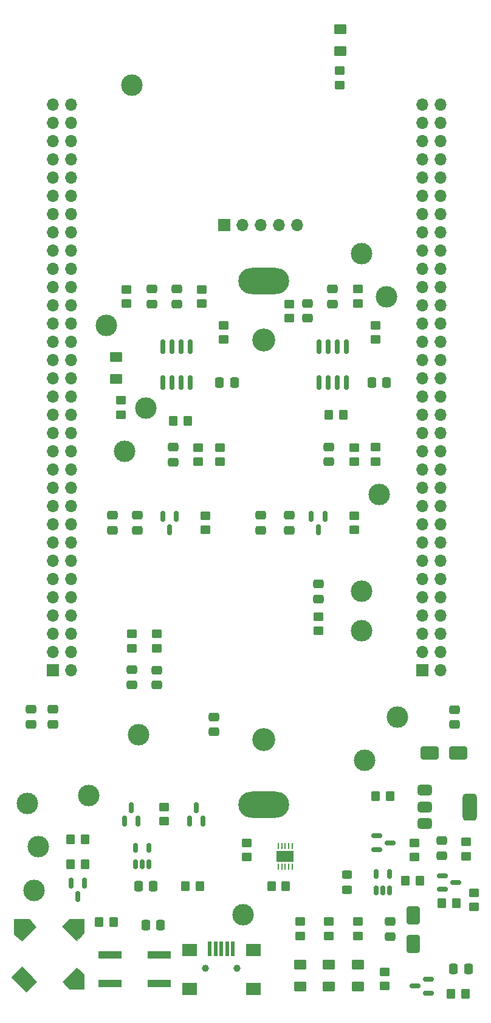
<source format=gbr>
%TF.GenerationSoftware,KiCad,Pcbnew,9.0.0*%
%TF.CreationDate,2025-03-31T13:52:19+02:00*%
%TF.ProjectId,HW_roggeluc_linortho,48575f72-6f67-4676-956c-75635f6c696e,rev?*%
%TF.SameCoordinates,Original*%
%TF.FileFunction,Soldermask,Top*%
%TF.FilePolarity,Negative*%
%FSLAX46Y46*%
G04 Gerber Fmt 4.6, Leading zero omitted, Abs format (unit mm)*
G04 Created by KiCad (PCBNEW 9.0.0) date 2025-03-31 13:52:19*
%MOMM*%
%LPD*%
G01*
G04 APERTURE LIST*
G04 Aperture macros list*
%AMRoundRect*
0 Rectangle with rounded corners*
0 $1 Rounding radius*
0 $2 $3 $4 $5 $6 $7 $8 $9 X,Y pos of 4 corners*
0 Add a 4 corners polygon primitive as box body*
4,1,4,$2,$3,$4,$5,$6,$7,$8,$9,$2,$3,0*
0 Add four circle primitives for the rounded corners*
1,1,$1+$1,$2,$3*
1,1,$1+$1,$4,$5*
1,1,$1+$1,$6,$7*
1,1,$1+$1,$8,$9*
0 Add four rect primitives between the rounded corners*
20,1,$1+$1,$2,$3,$4,$5,0*
20,1,$1+$1,$4,$5,$6,$7,0*
20,1,$1+$1,$6,$7,$8,$9,0*
20,1,$1+$1,$8,$9,$2,$3,0*%
G04 Aperture macros list end*
%ADD10C,0.010000*%
%ADD11RoundRect,0.250000X-0.475000X0.337500X-0.475000X-0.337500X0.475000X-0.337500X0.475000X0.337500X0*%
%ADD12RoundRect,0.250000X0.650000X-1.000000X0.650000X1.000000X-0.650000X1.000000X-0.650000X-1.000000X0*%
%ADD13R,3.200000X1.000000*%
%ADD14C,3.000000*%
%ADD15RoundRect,0.150000X-0.587500X-0.150000X0.587500X-0.150000X0.587500X0.150000X-0.587500X0.150000X0*%
%ADD16RoundRect,0.250000X-0.450000X0.325000X-0.450000X-0.325000X0.450000X-0.325000X0.450000X0.325000X0*%
%ADD17RoundRect,0.250000X-1.000000X-0.650000X1.000000X-0.650000X1.000000X0.650000X-1.000000X0.650000X0*%
%ADD18RoundRect,0.250000X0.450000X-0.350000X0.450000X0.350000X-0.450000X0.350000X-0.450000X-0.350000X0*%
%ADD19RoundRect,0.250000X-0.450000X0.350000X-0.450000X-0.350000X0.450000X-0.350000X0.450000X0.350000X0*%
%ADD20RoundRect,0.250000X-0.350000X-0.450000X0.350000X-0.450000X0.350000X0.450000X-0.350000X0.450000X0*%
%ADD21RoundRect,0.250000X0.350000X0.450000X-0.350000X0.450000X-0.350000X-0.450000X0.350000X-0.450000X0*%
%ADD22RoundRect,0.250001X0.624999X-0.462499X0.624999X0.462499X-0.624999X0.462499X-0.624999X-0.462499X0*%
%ADD23RoundRect,0.250000X-0.337500X-0.475000X0.337500X-0.475000X0.337500X0.475000X-0.337500X0.475000X0*%
%ADD24RoundRect,0.250000X0.475000X-0.337500X0.475000X0.337500X-0.475000X0.337500X-0.475000X-0.337500X0*%
%ADD25RoundRect,0.150000X0.587500X0.150000X-0.587500X0.150000X-0.587500X-0.150000X0.587500X-0.150000X0*%
%ADD26RoundRect,0.150000X-0.150000X0.825000X-0.150000X-0.825000X0.150000X-0.825000X0.150000X0.825000X0*%
%ADD27RoundRect,0.150000X0.150000X-0.512500X0.150000X0.512500X-0.150000X0.512500X-0.150000X-0.512500X0*%
%ADD28RoundRect,0.250001X-0.624999X0.462499X-0.624999X-0.462499X0.624999X-0.462499X0.624999X0.462499X0*%
%ADD29RoundRect,0.062500X-0.062500X0.350000X-0.062500X-0.350000X0.062500X-0.350000X0.062500X0.350000X0*%
%ADD30R,2.350000X1.580000*%
%ADD31RoundRect,0.150000X0.150000X-0.587500X0.150000X0.587500X-0.150000X0.587500X-0.150000X-0.587500X0*%
%ADD32C,1.000000*%
%ADD33R,0.500000X2.000000*%
%ADD34R,2.000000X1.700000*%
%ADD35RoundRect,0.250000X0.337500X0.475000X-0.337500X0.475000X-0.337500X-0.475000X0.337500X-0.475000X0*%
%ADD36R,1.700000X1.700000*%
%ADD37O,1.700000X1.700000*%
%ADD38RoundRect,0.150000X-0.150000X0.587500X-0.150000X-0.587500X0.150000X-0.587500X0.150000X0.587500X0*%
%ADD39RoundRect,0.375000X-0.625000X-0.375000X0.625000X-0.375000X0.625000X0.375000X-0.625000X0.375000X0*%
%ADD40RoundRect,0.500000X-0.500000X-1.400000X0.500000X-1.400000X0.500000X1.400000X-0.500000X1.400000X0*%
%ADD41O,7.084000X3.644000*%
%ADD42C,3.200000*%
G04 APERTURE END LIST*
D10*
%TO.C,LS1*%
X50850000Y-156588480D02*
X49847920Y-157690560D01*
X47809440Y-155652080D01*
X48911520Y-154650000D01*
X50850000Y-154650000D01*
X50850000Y-156588480D01*
G36*
X50850000Y-156588480D02*
G01*
X49847920Y-157690560D01*
X47809440Y-155652080D01*
X48911520Y-154650000D01*
X50850000Y-154650000D01*
X50850000Y-156588480D01*
G37*
X44240560Y-163297920D02*
X42838480Y-164750000D01*
X40800000Y-162711520D01*
X42202080Y-161259440D01*
X44240560Y-163297920D01*
G36*
X44240560Y-163297920D02*
G01*
X42838480Y-164750000D01*
X40800000Y-162711520D01*
X42202080Y-161259440D01*
X44240560Y-163297920D01*
G37*
X44140560Y-155752080D02*
X42202080Y-157690560D01*
X41150000Y-156688480D01*
X41150000Y-154650000D01*
X43188480Y-154650000D01*
X44140560Y-155752080D01*
G36*
X44140560Y-155752080D02*
G01*
X42202080Y-157690560D01*
X41150000Y-156688480D01*
X41150000Y-154650000D01*
X43188480Y-154650000D01*
X44140560Y-155752080D01*
G37*
X50850000Y-162311520D02*
X50850000Y-164350000D01*
X48811520Y-164350000D01*
X47909440Y-163297920D01*
X49847920Y-161359440D01*
X50850000Y-162311520D01*
G36*
X50850000Y-162311520D02*
G01*
X50850000Y-164350000D01*
X48811520Y-164350000D01*
X47909440Y-163297920D01*
X49847920Y-161359440D01*
X50850000Y-162311520D01*
G37*
%TD*%
D11*
%TO.C,C28*%
X93500000Y-157037500D03*
X93500000Y-154962500D03*
%TD*%
D12*
%TO.C,SD3*%
X96726521Y-158119870D03*
X96726521Y-154119870D03*
%TD*%
D13*
%TO.C,SW1*%
X54525783Y-159607805D03*
X61325783Y-159607805D03*
X54525783Y-163607805D03*
X61325783Y-163607805D03*
%TD*%
D14*
%TO.C,TP20*%
X90000000Y-132500000D03*
%TD*%
D11*
%TO.C,C29*%
X102500000Y-125462500D03*
X102500000Y-127537500D03*
%TD*%
D15*
%TO.C,Q6*%
X91625000Y-143050000D03*
X91625000Y-144950000D03*
X93500000Y-144000000D03*
%TD*%
D16*
%TO.C,L1*%
X87500000Y-148475000D03*
X87500000Y-150525000D03*
%TD*%
D17*
%TO.C,SD2*%
X99000000Y-131500000D03*
X103000000Y-131500000D03*
%TD*%
D18*
%TO.C,R49*%
X96903754Y-145994094D03*
X96903754Y-143994094D03*
%TD*%
D19*
%TO.C,R46*%
X92797663Y-161943457D03*
X92797663Y-163943457D03*
%TD*%
D20*
%TO.C,R43*%
X95671575Y-149255034D03*
X97671575Y-149255034D03*
%TD*%
D21*
%TO.C,R47*%
X93500000Y-137500000D03*
X91500000Y-137500000D03*
%TD*%
D14*
%TO.C,TP19*%
X43000000Y-138500000D03*
%TD*%
%TO.C,TP18*%
X94500000Y-126500000D03*
%TD*%
%TO.C,TP17*%
X73000000Y-154000000D03*
%TD*%
%TO.C,TP16*%
X58500000Y-129000000D03*
%TD*%
%TO.C,TP14*%
X44500000Y-144500000D03*
%TD*%
D19*
%TO.C,R55*%
X86500000Y-36500000D03*
X86500000Y-38500000D03*
%TD*%
%TO.C,R54*%
X105247602Y-150936551D03*
X105247602Y-152936551D03*
%TD*%
D21*
%TO.C,R53*%
X102722369Y-152425129D03*
X100722369Y-152425129D03*
%TD*%
D20*
%TO.C,R52*%
X102000000Y-165000000D03*
X104000000Y-165000000D03*
%TD*%
%TO.C,R16*%
X49000000Y-147000000D03*
X51000000Y-147000000D03*
%TD*%
D15*
%TO.C,Q7*%
X100764239Y-148577171D03*
X100764239Y-150477171D03*
X102639239Y-149527171D03*
%TD*%
D22*
%TO.C,CHARGE2*%
X86574749Y-33757493D03*
X86574749Y-30782493D03*
%TD*%
D23*
%TO.C,C31*%
X102351735Y-161550839D03*
X104426735Y-161550839D03*
%TD*%
D24*
%TO.C,C21*%
X58297500Y-100493750D03*
X58297500Y-98418750D03*
%TD*%
D18*
%TO.C,R36*%
X88500000Y-90975000D03*
X88500000Y-88975000D03*
%TD*%
D14*
%TO.C,TP7*%
X92000000Y-95500000D03*
%TD*%
D25*
%TO.C,Q10*%
X98849742Y-164904241D03*
X98849742Y-163004241D03*
X96974742Y-163954241D03*
%TD*%
D24*
%TO.C,C19*%
X75500000Y-100475000D03*
X75500000Y-98400000D03*
%TD*%
D11*
%TO.C,C27*%
X46500000Y-125406250D03*
X46500000Y-127481250D03*
%TD*%
D18*
%TO.C,R45*%
X62000000Y-141000000D03*
X62000000Y-139000000D03*
%TD*%
D19*
%TO.C,R29*%
X67297500Y-66956250D03*
X67297500Y-68956250D03*
%TD*%
D14*
%TO.C,TP13*%
X89500000Y-114500000D03*
%TD*%
D21*
%TO.C,R35*%
X87000000Y-84437500D03*
X85000000Y-84437500D03*
%TD*%
D23*
%TO.C,C13*%
X90962500Y-79937500D03*
X93037500Y-79937500D03*
%TD*%
D19*
%TO.C,R26*%
X56797500Y-66956250D03*
X56797500Y-68956250D03*
%TD*%
D14*
%TO.C,TP12*%
X89500000Y-109000000D03*
%TD*%
D26*
%TO.C,U8*%
X87405000Y-74962500D03*
X86135000Y-74962500D03*
X84865000Y-74962500D03*
X83595000Y-74962500D03*
X83595000Y-79912500D03*
X84865000Y-79912500D03*
X86135000Y-79912500D03*
X87405000Y-79912500D03*
%TD*%
D24*
%TO.C,C15*%
X63297500Y-90993750D03*
X63297500Y-88918750D03*
%TD*%
D18*
%TO.C,R31*%
X66797500Y-90956250D03*
X66797500Y-88956250D03*
%TD*%
D27*
%TO.C,U1*%
X91550000Y-150637500D03*
X92500000Y-150637500D03*
X93450000Y-150637500D03*
X93450000Y-148362500D03*
X91550000Y-148362500D03*
%TD*%
D19*
%TO.C,R40*%
X88500000Y-98437500D03*
X88500000Y-100437500D03*
%TD*%
D24*
%TO.C,C22*%
X79500000Y-100475000D03*
X79500000Y-98400000D03*
%TD*%
D27*
%TO.C,U3*%
X58050000Y-147000000D03*
X59000000Y-147000000D03*
X59950000Y-147000000D03*
X59950000Y-144725000D03*
X58050000Y-144725000D03*
%TD*%
D14*
%TO.C,TP1*%
X57500000Y-38500000D03*
%TD*%
%TO.C,TP6*%
X56500000Y-89500000D03*
%TD*%
D28*
%TO.C,PWR1*%
X89000000Y-161000000D03*
X89000000Y-163975000D03*
%TD*%
D19*
%TO.C,R37*%
X91500000Y-88937500D03*
X91500000Y-90937500D03*
%TD*%
D18*
%TO.C,R42*%
X81000000Y-156987500D03*
X81000000Y-154987500D03*
%TD*%
D14*
%TO.C,TP9*%
X59500000Y-83500000D03*
%TD*%
D19*
%TO.C,R27*%
X69797500Y-88956250D03*
X69797500Y-90956250D03*
%TD*%
D11*
%TO.C,C17*%
X82000000Y-68925000D03*
X82000000Y-71000000D03*
%TD*%
D19*
%TO.C,R48*%
X104097857Y-143865855D03*
X104097857Y-145865855D03*
%TD*%
D21*
%TO.C,R30*%
X65305740Y-85256012D03*
X63305740Y-85256012D03*
%TD*%
D24*
%TO.C,C18*%
X85000000Y-90975000D03*
X85000000Y-88900000D03*
%TD*%
D29*
%TO.C,U2*%
X79910000Y-144457500D03*
X79410000Y-144457500D03*
X78910000Y-144457500D03*
X78410000Y-144457500D03*
X77910000Y-144457500D03*
X77910000Y-147332500D03*
X78410000Y-147332500D03*
X78910000Y-147332500D03*
X79410000Y-147332500D03*
X79910000Y-147332500D03*
D30*
X78910000Y-145895000D03*
%TD*%
D11*
%TO.C,C11*%
X60297500Y-66918750D03*
X60297500Y-68993750D03*
%TD*%
D31*
%TO.C,Q5*%
X56500000Y-141000000D03*
X58400000Y-141000000D03*
X57450000Y-139125000D03*
%TD*%
D14*
%TO.C,TP10*%
X54000000Y-72000000D03*
%TD*%
D11*
%TO.C,C14*%
X63797500Y-66918750D03*
X63797500Y-68993750D03*
%TD*%
D24*
%TO.C,C12*%
X54797500Y-100493750D03*
X54797500Y-98418750D03*
%TD*%
D19*
%TO.C,R19*%
X61000000Y-114943750D03*
X61000000Y-116943750D03*
%TD*%
D32*
%TO.C,J2*%
X67800000Y-161500000D03*
X72200000Y-161500000D03*
D33*
X68400000Y-158800000D03*
X69200000Y-158800000D03*
X70000000Y-158800000D03*
X70800000Y-158800000D03*
X71600000Y-158800000D03*
D34*
X65550000Y-158900000D03*
X65550000Y-164350000D03*
X74450000Y-158900000D03*
X74450000Y-164350000D03*
%TD*%
D14*
%TO.C,TP2*%
X43922370Y-150667723D03*
%TD*%
D28*
%TO.C,LED3*%
X55300000Y-76412500D03*
X55300000Y-79387500D03*
%TD*%
D18*
%TO.C,R21*%
X89000000Y-156987500D03*
X89000000Y-154987500D03*
%TD*%
D11*
%TO.C,C23*%
X57500000Y-119906250D03*
X57500000Y-121981250D03*
%TD*%
D35*
%TO.C,C30*%
X60537500Y-150000000D03*
X58462500Y-150000000D03*
%TD*%
D36*
%TO.C,P3*%
X98000000Y-119943750D03*
D37*
X100540000Y-119943750D03*
X98000000Y-117403750D03*
X100540000Y-117403750D03*
X98000000Y-114863750D03*
X100540000Y-114863750D03*
X98000000Y-112323750D03*
X100540000Y-112323750D03*
X98000000Y-109783750D03*
X100540000Y-109783750D03*
X98000000Y-107243750D03*
X100540000Y-107243750D03*
X98000000Y-104703750D03*
X100540000Y-104703750D03*
X98000000Y-102163750D03*
X100540000Y-102163750D03*
X98000000Y-99623750D03*
X100540000Y-99623750D03*
X98000000Y-97083750D03*
X100540000Y-97083750D03*
X98000000Y-94543750D03*
X100540000Y-94543750D03*
X98000000Y-92003750D03*
X100540000Y-92003750D03*
X98000000Y-89463750D03*
X100540000Y-89463750D03*
X98000000Y-86923750D03*
X100540000Y-86923750D03*
X98000000Y-84383750D03*
X100540000Y-84383750D03*
X98000000Y-81843750D03*
X100540000Y-81843750D03*
X98000000Y-79303750D03*
X100540000Y-79303750D03*
X98000000Y-76763750D03*
X100540000Y-76763750D03*
X98000000Y-74223750D03*
X100540000Y-74223750D03*
X98000000Y-71683750D03*
X100540000Y-71683750D03*
X98000000Y-69143750D03*
X100540000Y-69143750D03*
X98000000Y-66603750D03*
X100540000Y-66603750D03*
X98000000Y-64063750D03*
X100540000Y-64063750D03*
X98000000Y-61523750D03*
X100540000Y-61523750D03*
X98000000Y-58983750D03*
X100540000Y-58983750D03*
X98000000Y-56443750D03*
X100540000Y-56443750D03*
X98000000Y-53903750D03*
X100540000Y-53903750D03*
X98000000Y-51363750D03*
X100540000Y-51363750D03*
X98000000Y-48823750D03*
X100540000Y-48823750D03*
X98000000Y-46283750D03*
X100540000Y-46283750D03*
X98000000Y-43743750D03*
X100540000Y-43743750D03*
X98000000Y-41203750D03*
X100540000Y-41203750D03*
%TD*%
D18*
%TO.C,R17*%
X73500000Y-146000000D03*
X73500000Y-144000000D03*
%TD*%
D21*
%TO.C,R44*%
X67000000Y-150000000D03*
X65000000Y-150000000D03*
%TD*%
D11*
%TO.C,C20*%
X83500000Y-107962500D03*
X83500000Y-110037500D03*
%TD*%
D23*
%TO.C,C10*%
X69760000Y-79956250D03*
X71835000Y-79956250D03*
%TD*%
D20*
%TO.C,R20*%
X77000000Y-150000000D03*
X79000000Y-150000000D03*
%TD*%
D14*
%TO.C,TP11*%
X89500000Y-62000000D03*
%TD*%
D11*
%TO.C,C24*%
X61000000Y-119943750D03*
X61000000Y-122018750D03*
%TD*%
D19*
%TO.C,R33*%
X89000000Y-66937500D03*
X89000000Y-68937500D03*
%TD*%
%TO.C,R34*%
X79500000Y-69000000D03*
X79500000Y-71000000D03*
%TD*%
D31*
%TO.C,Q4*%
X65550000Y-141000000D03*
X67450000Y-141000000D03*
X66500000Y-139125000D03*
%TD*%
D38*
%TO.C,Q2*%
X63747500Y-98581250D03*
X61847500Y-98581250D03*
X62797500Y-100456250D03*
%TD*%
D24*
%TO.C,C26*%
X69000000Y-128537500D03*
X69000000Y-126462500D03*
%TD*%
D11*
%TO.C,C7*%
X100752560Y-143716487D03*
X100752560Y-145791487D03*
%TD*%
D14*
%TO.C,TP4*%
X51500000Y-137443750D03*
%TD*%
D20*
%TO.C,R16*%
X53000000Y-155000000D03*
X55000000Y-155000000D03*
%TD*%
D14*
%TO.C,TP8*%
X93000000Y-68000000D03*
%TD*%
D35*
%TO.C,C25*%
X61537500Y-155500000D03*
X59462500Y-155500000D03*
%TD*%
D11*
%TO.C,C16*%
X85500000Y-66900000D03*
X85500000Y-68975000D03*
%TD*%
D28*
%TO.C,FULL1*%
X81000000Y-161000000D03*
X81000000Y-163975000D03*
%TD*%
D38*
%TO.C,Q1*%
X50950000Y-149625000D03*
X49050000Y-149625000D03*
X50000000Y-151500000D03*
%TD*%
D18*
%TO.C,R38*%
X83500000Y-114500000D03*
X83500000Y-112500000D03*
%TD*%
D38*
%TO.C,Q3*%
X84450000Y-98562500D03*
X82550000Y-98562500D03*
X83500000Y-100437500D03*
%TD*%
D18*
%TO.C,R28*%
X70297500Y-73956250D03*
X70297500Y-71956250D03*
%TD*%
D19*
%TO.C,R39*%
X67797500Y-98456250D03*
X67797500Y-100456250D03*
%TD*%
D20*
%TO.C,R15*%
X49000000Y-143500000D03*
X51000000Y-143500000D03*
%TD*%
D18*
%TO.C,R41*%
X85000000Y-156987500D03*
X85000000Y-154987500D03*
%TD*%
%TO.C,R11*%
X56000000Y-84400000D03*
X56000000Y-82400000D03*
%TD*%
D28*
%TO.C,CRG1*%
X85000000Y-161000000D03*
X85000000Y-163975000D03*
%TD*%
D39*
%TO.C,U4*%
X98350000Y-136700000D03*
X98350000Y-139000000D03*
D40*
X104650000Y-139000000D03*
D39*
X98350000Y-141300000D03*
%TD*%
D11*
%TO.C,C1*%
X43500000Y-125406250D03*
X43500000Y-127481250D03*
%TD*%
D26*
%TO.C,U7*%
X65702500Y-74981250D03*
X64432500Y-74981250D03*
X63162500Y-74981250D03*
X61892500Y-74981250D03*
X61892500Y-79931250D03*
X63162500Y-79931250D03*
X64432500Y-79931250D03*
X65702500Y-79931250D03*
%TD*%
D18*
%TO.C,R18*%
X57500000Y-116943750D03*
X57500000Y-114943750D03*
%TD*%
%TO.C,R32*%
X91500000Y-73937500D03*
X91500000Y-71937500D03*
%TD*%
D36*
%TO.C,P4*%
X46500000Y-119983750D03*
D37*
X49040000Y-119983750D03*
X46500000Y-117443750D03*
X49040000Y-117443750D03*
X46500000Y-114903750D03*
X49040000Y-114903750D03*
X46500000Y-112363750D03*
X49040000Y-112363750D03*
X46500000Y-109823750D03*
X49040000Y-109823750D03*
X46500000Y-107283750D03*
X49040000Y-107283750D03*
X46500000Y-104743750D03*
X49040000Y-104743750D03*
X46500000Y-102203750D03*
X49040000Y-102203750D03*
X46500000Y-99663750D03*
X49040000Y-99663750D03*
X46500000Y-97123750D03*
X49040000Y-97123750D03*
X46500000Y-94583750D03*
X49040000Y-94583750D03*
X46500000Y-92043750D03*
X49040000Y-92043750D03*
X46500000Y-89503750D03*
X49040000Y-89503750D03*
X46500000Y-86963750D03*
X49040000Y-86963750D03*
X46500000Y-84423750D03*
X49040000Y-84423750D03*
X46500000Y-81883750D03*
X49040000Y-81883750D03*
X46500000Y-79343750D03*
X49040000Y-79343750D03*
X46500000Y-76803750D03*
X49040000Y-76803750D03*
X46500000Y-74263750D03*
X49040000Y-74263750D03*
X46500000Y-71723750D03*
X49040000Y-71723750D03*
X46500000Y-69183750D03*
X49040000Y-69183750D03*
X46500000Y-66643750D03*
X49040000Y-66643750D03*
X46500000Y-64103750D03*
X49040000Y-64103750D03*
X46500000Y-61563750D03*
X49040000Y-61563750D03*
X46500000Y-59023750D03*
X49040000Y-59023750D03*
X46500000Y-56483750D03*
X49040000Y-56483750D03*
X46500000Y-53943750D03*
X49040000Y-53943750D03*
X46500000Y-51403750D03*
X49040000Y-51403750D03*
X46500000Y-48863750D03*
X49040000Y-48863750D03*
X46500000Y-46323750D03*
X49040000Y-46323750D03*
X46500000Y-43783750D03*
X49040000Y-43783750D03*
X46500000Y-41243750D03*
X49040000Y-41243750D03*
%TD*%
D41*
%TO.C,BT1*%
X75875416Y-65758210D03*
X75875416Y-138658210D03*
D42*
X75875416Y-74038210D03*
X75875416Y-129648210D03*
%TD*%
D36*
%TO.C,Y4*%
X70380000Y-58000000D03*
D37*
X72920000Y-58000000D03*
X75460000Y-58000000D03*
X78000000Y-58000000D03*
X80540000Y-58000000D03*
%TD*%
M02*

</source>
